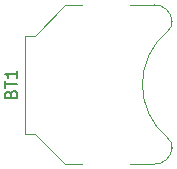
<source format=gto>
G04 #@! TF.FileFunction,Legend,Top*
%FSLAX46Y46*%
G04 Gerber Fmt 4.6, Leading zero omitted, Abs format (unit mm)*
G04 Created by KiCad (PCBNEW 4.0.7) date 09/26/17 00:03:47*
%MOMM*%
%LPD*%
G01*
G04 APERTURE LIST*
%ADD10C,0.100000*%
%ADD11C,0.120000*%
%ADD12C,0.150000*%
G04 APERTURE END LIST*
D10*
D11*
X141474160Y-69515385D02*
G75*
G02X141090000Y-70430000I-984160J-124615D01*
G01*
X141474160Y-80344615D02*
G75*
G03X141090000Y-79430000I-984160J124615D01*
G01*
X141078671Y-70439339D02*
G75*
G03X141090000Y-79430000I3711329J-4490661D01*
G01*
X139940000Y-68180000D02*
G75*
G02X141490000Y-69630000I50000J-1500000D01*
G01*
X139940000Y-81680000D02*
G75*
G03X141490000Y-80230000I50000J1500000D01*
G01*
X137890000Y-68180000D02*
X139990000Y-68180000D01*
X137890000Y-81680000D02*
X139990000Y-81680000D01*
X133890000Y-81680000D02*
X132440000Y-81680000D01*
X132440000Y-81680000D02*
X129840000Y-79080000D01*
X129840000Y-79080000D02*
X129040000Y-79080000D01*
X129040000Y-79080000D02*
X129040000Y-70780000D01*
X129040000Y-70780000D02*
X129840000Y-70780000D01*
X129840000Y-70780000D02*
X132440000Y-68180000D01*
X132440000Y-68180000D02*
X133890000Y-68180000D01*
D12*
X127818571Y-75715714D02*
X127866190Y-75572857D01*
X127913810Y-75525238D01*
X128009048Y-75477619D01*
X128151905Y-75477619D01*
X128247143Y-75525238D01*
X128294762Y-75572857D01*
X128342381Y-75668095D01*
X128342381Y-76049048D01*
X127342381Y-76049048D01*
X127342381Y-75715714D01*
X127390000Y-75620476D01*
X127437619Y-75572857D01*
X127532857Y-75525238D01*
X127628095Y-75525238D01*
X127723333Y-75572857D01*
X127770952Y-75620476D01*
X127818571Y-75715714D01*
X127818571Y-76049048D01*
X127342381Y-75191905D02*
X127342381Y-74620476D01*
X128342381Y-74906191D02*
X127342381Y-74906191D01*
X128342381Y-73763333D02*
X128342381Y-74334762D01*
X128342381Y-74049048D02*
X127342381Y-74049048D01*
X127485238Y-74144286D01*
X127580476Y-74239524D01*
X127628095Y-74334762D01*
M02*

</source>
